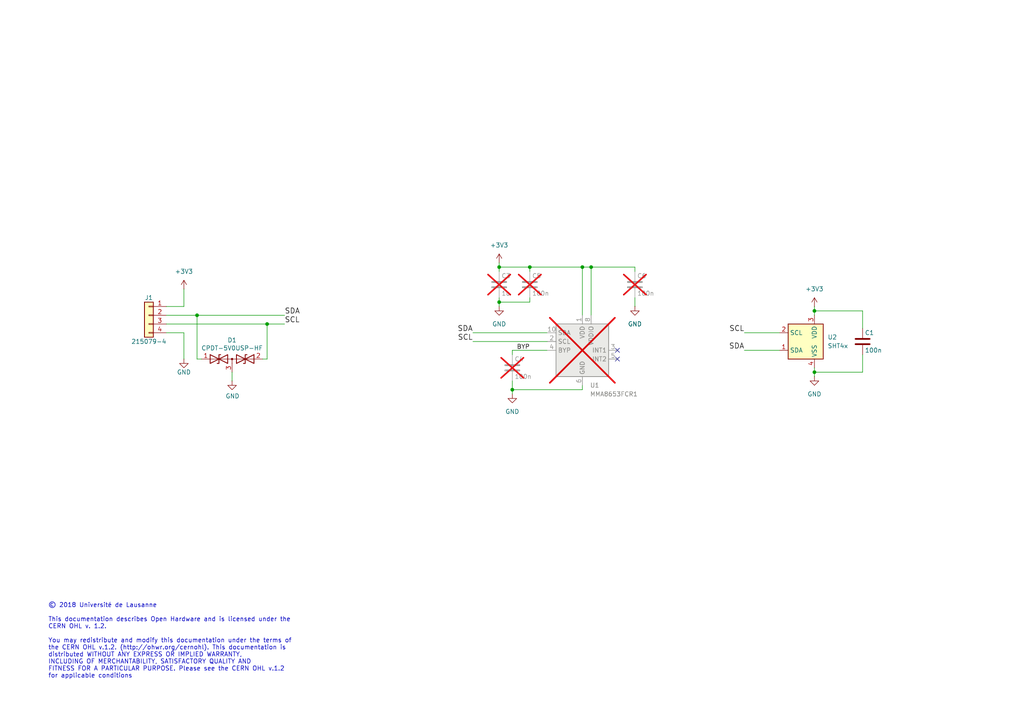
<source format=kicad_sch>
(kicad_sch (version 20231120) (generator "eeschema") (generator_version "8.0")
  (paper "A4")
  (title_block (title "Anemoi - Configurable Sensor Board") (date "06/11/2018") (rev "A") (company "Université de Lausanne") (comment 1 "Author: Alexandre Tuleu") (comment 2 "Licensed under CERN OHL v 1.2"))
  (lib_symbols
    (symbol "Connector_Generic:Conn_01x04" (pin_names (offset 1.016) hide)
      (property "Reference" "J" (at 0 5.08 0))
      (property "Value" "Conn_01x04" (at 0 -7.62 0))
      (symbol "Conn_01x04_1_1"
        (rectangle (start -1.27 -4.953) (end 0 -5.207) (stroke (width 0.1524)))
        (rectangle (start -1.27 -2.413) (end 0 -2.667) (stroke (width 0.1524)))
        (rectangle (start -1.27 0.127) (end 0 -0.127) (stroke (width 0.1524)))
        (rectangle (start -1.27 2.667) (end 0 2.413) (stroke (width 0.1524)))
        (rectangle (start -1.27 3.81) (end 1.27 -6.35) (stroke (width 0.254)) (fill (type background)))
        (pin passive line (at -5.08 2.54 0) (length 3.81) (name "Pin_1") (number "1"))
        (pin passive line (at -5.08 0 0) (length 3.81) (name "Pin_2") (number "2"))
        (pin passive line (at -5.08 -2.54 0) (length 3.81) (name "Pin_3") (number "3"))
        (pin passive line (at -5.08 -5.08 0) (length 3.81) (name "Pin_4") (number "4"))
      )
    )
    (symbol "Device:C" (pin_numbers hide) (pin_names (offset 0.254))
      (property "Reference" "C" (at 0.635 2.54 0))
      (property "Value" "C" (at 0.635 -2.54 0))
      (symbol "C_0_1"
        (polyline (pts (xy -2.032 -0.762) (xy 2.032 -0.762)) (stroke (width 0.508)))
        (polyline (pts (xy -2.032 0.762) (xy 2.032 0.762)) (stroke (width 0.508)))
      )
      (symbol "C_1_1"
        (pin passive line (at 0 3.81 270) (length 2.794) (name "~") (number "1"))
        (pin passive line (at 0 -3.81 90) (length 2.794) (name "~") (number "2"))
      )
    )
    (symbol "Device:D_TVS_Dual_AAC" (pin_names (offset 1.016) hide)
      (property "Reference" "D" (at 0 4.445 0))
      (property "Value" "D_TVS_Dual_AAC" (at 0 2.54 0))
      (symbol "D_TVS_Dual_AAC_0_0"
        (polyline (pts (xy 0 -1.27) (xy 0 0)))
      )
      (symbol "D_TVS_Dual_AAC_0_1"
        (polyline (pts (xy -6.35 0) (xy 6.35 0)))
        (polyline (pts (xy -3.302 1.27) (xy -3.81 1.27) (xy -3.81 -1.27) (xy -4.318 -1.27)) (stroke (width 0.254)))
        (polyline (pts (xy 4.318 1.27) (xy 3.81 1.27) (xy 3.81 -1.27) (xy 3.302 -1.27)) (stroke (width 0.254)))
        (polyline (pts (xy -6.35 1.27) (xy -1.27 -1.27) (xy -1.27 1.27) (xy -6.35 -1.27) (xy -6.35 1.27)) (stroke (width 0.254)))
        (polyline (pts (xy 6.35 1.27) (xy 1.27 -1.27) (xy 1.27 1.27) (xy 6.35 -1.27) (xy 6.35 1.27)) (stroke (width 0.254)))
        (circle (center 0 0) (radius 0.254) (fill (type outline)))
      )
      (symbol "D_TVS_Dual_AAC_1_1"
        (pin passive line (at -8.89 0 0) (length 2.54) (name "A1") (number "1"))
        (pin passive line (at 8.89 0 180) (length 2.54) (name "A2") (number "2"))
        (pin passive line (at 0 -3.81 90) (length 2.54) (name "common") (number "3"))
      )
    )
    (symbol "Sensor_Humidity:SHT4x"
      (property "Reference" "U" (at 0 8.89 0))
      (property "Value" "SHT4x" (at 0 6.35 0))
      (symbol "SHT4x_1_1"
        (rectangle (start -5.08 5.08) (end 5.08 -5.08) (stroke (width 0.254)) (fill (type background)))
        (pin bidirectional line (at -7.62 -2.54 0) (length 2.54) (name "SDA") (number "1"))
        (pin input line (at -7.62 2.54 0) (length 2.54) (name "SCL") (number "2"))
        (pin power_in line (at 2.54 7.62 270) (length 2.54) (name "VDD") (number "3"))
        (pin power_in line (at 2.54 -7.62 90) (length 2.54) (name "VSS") (number "4"))
      )
    )
    (symbol "Sensor_Motion:MMA8653FCR1"
      (property "Reference" "U" (at -7.62 8.89 0))
      (property "Value" "MMA8653FCR1" (at 1.27 -8.89 0))
      (symbol "MMA8653FCR1_0_1"
        (rectangle (start -7.62 7.62) (end 7.62 -7.62) (stroke (width 0.254)) (fill (type background)))
      )
      (symbol "MMA8653FCR1_1_1"
        (pin power_in line (at 0 10.16 270) (length 2.54) (name "VDD") (number "1"))
        (pin bidirectional line (at -10.16 5.08 0) (length 2.54) (name "SDA") (number "10"))
        (pin input line (at -10.16 2.54 0) (length 2.54) (name "SCL") (number "2"))
        (pin output line (at 10.16 0 180) (length 2.54) (name "INT1") (number "3"))
        (pin input line (at -10.16 0 0) (length 2.54) (name "BYP") (number "4"))
        (pin output line (at 10.16 -2.54 180) (length 2.54) (name "INT2") (number "5"))
        (pin power_in line (at 0 -10.16 90) (length 2.54) (name "GND") (number "6"))
        (pin passive line (at 0 -10.16 90) (length 2.54) hide (name "GND") (number "7"))
        (pin power_in line (at 2.54 10.16 270) (length 2.54) (name "VDDIO") (number "8"))
        (pin passive line (at 0 -10.16 90) (length 2.54) hide (name "GND") (number "9"))
      )
    )
    (symbol "power:+3V3" (power) (pin_numbers hide) (pin_names (offset 0) hide)
      (property "Value" "+3V3" (at 0 3.556 0))
      (symbol "+3V3_0_1"
        (polyline (pts (xy -0.762 1.27) (xy 0 2.54)))
        (polyline (pts (xy 0 0) (xy 0 2.54)))
        (polyline (pts (xy 0 2.54) (xy 0.762 1.27)))
      )
      (symbol "+3V3_1_1"
        (pin power_in line (at 0 0 90) (length 0) (name "~") (number "1"))
      )
    )
    (symbol "power:GND" (power) (pin_numbers hide) (pin_names (offset 0) hide)
      (property "Value" "GND" (at 0 -3.81 0))
      (symbol "GND_0_1"
        (polyline (pts (xy 0 0) (xy 0 -1.27) (xy 1.27 -1.27) (xy 0 -2.54) (xy -1.27 -1.27) (xy 0 -1.27)))
      )
      (symbol "GND_1_1"
        (pin power_in line (at 0 0 270) (length 0) (name "~") (number "1"))
      )
    )
  )
  (junction (at 144.78 77.47))
  (junction (at 236.22 90.17))
  (junction (at 77.47 93.98))
  (junction (at 153.67 77.47))
  (junction (at 236.22 107.95))
  (junction (at 148.59 113.03))
  (junction (at 171.45 77.47))
  (junction (at 168.91 77.47))
  (junction (at 144.78 87.63))
  (junction (at 57.15 91.44))
  (no_connect (at 179.07 104.14))
  (no_connect (at 179.07 101.6))
  (wire (pts (xy 144.78 76.2) (xy 144.78 77.47)))
  (wire (pts (xy 236.22 107.95) (xy 236.22 109.22)))
  (wire (pts (xy 67.31 107.95) (xy 67.31 110.49)))
  (wire (pts (xy 236.22 106.68) (xy 236.22 107.95)))
  (wire (pts (xy 171.45 77.47) (xy 184.15 77.47)))
  (wire (pts (xy 144.78 87.63) (xy 144.78 88.9)))
  (wire (pts (xy 168.91 77.47) (xy 168.91 91.44)))
  (wire (pts (xy 168.91 77.47) (xy 171.45 77.47)))
  (wire (pts (xy 236.22 91.44) (xy 236.22 90.17)))
  (wire (pts (xy 148.59 113.03) (xy 148.59 114.3)))
  (wire (pts (xy 168.91 113.03) (xy 148.59 113.03)))
  (wire (pts (xy 184.15 86.36) (xy 184.15 88.9)))
  (wire (pts (xy 215.9 96.52) (xy 226.06 96.52)))
  (wire (pts (xy 77.47 93.98) (xy 82.55 93.98)))
  (wire (pts (xy 57.15 104.14) (xy 57.15 91.44)))
  (wire (pts (xy 76.2 104.14) (xy 77.47 104.14)))
  (wire (pts (xy 144.78 78.74) (xy 144.78 77.47)))
  (wire (pts (xy 48.26 96.52) (xy 53.34 96.52)))
  (wire (pts (xy 184.15 77.47) (xy 184.15 78.74)))
  (wire (pts (xy 153.67 77.47) (xy 153.67 78.74)))
  (wire (pts (xy 171.45 77.47) (xy 171.45 91.44)))
  (wire (pts (xy 58.42 104.14) (xy 57.15 104.14)))
  (wire (pts (xy 153.67 77.47) (xy 168.91 77.47)))
  (wire (pts (xy 144.78 86.36) (xy 144.78 87.63)))
  (wire (pts (xy 148.59 110.49) (xy 148.59 113.03)))
  (wire (pts (xy 48.26 93.98) (xy 77.47 93.98)))
  (wire (pts (xy 57.15 91.44) (xy 82.55 91.44)))
  (wire (pts (xy 148.59 101.6) (xy 158.75 101.6)))
  (wire (pts (xy 236.22 90.17) (xy 250.19 90.17)))
  (wire (pts (xy 77.47 104.14) (xy 77.47 93.98)))
  (wire (pts (xy 137.16 96.52) (xy 158.75 96.52)))
  (wire (pts (xy 144.78 87.63) (xy 153.67 87.63)))
  (wire (pts (xy 53.34 83.82) (xy 53.34 88.9)))
  (wire (pts (xy 250.19 107.95) (xy 250.19 102.87)))
  (wire (pts (xy 144.78 77.47) (xy 153.67 77.47)))
  (wire (pts (xy 53.34 96.52) (xy 53.34 104.14)))
  (wire (pts (xy 215.9 101.6) (xy 226.06 101.6)))
  (wire (pts (xy 168.91 111.76) (xy 168.91 113.03)))
  (wire (pts (xy 236.22 107.95) (xy 250.19 107.95)))
  (wire (pts (xy 148.59 102.87) (xy 148.59 101.6)))
  (wire (pts (xy 53.34 88.9) (xy 48.26 88.9)))
  (wire (pts (xy 153.67 87.63) (xy 153.67 86.36)))
  (wire (pts (xy 48.26 91.44) (xy 57.15 91.44)))
  (wire (pts (xy 236.22 90.17) (xy 236.22 88.9)))
  (wire (pts (xy 250.19 90.17) (xy 250.19 95.25)))
  (wire (pts (xy 137.16 99.06) (xy 158.75 99.06)))
  (text "© 2018 Université de Lausanne\n\nThis documentation describes Open Hardware and is licensed under the\nCERN OHL v. 1.2.\n\nYou may redistribute and modify this documentation under the terms of\nthe CERN OHL v.1.2. (http://ohwr.org/cernohl). This documentation is\ndistributed WITHOUT ANY EXPRESS OR IMPLIED WARRANTY,\nINCLUDING OF MERCHANTABILITY, SATISFACTORY QUALITY AND\nFITNESS FOR A PARTICULAR PURPOSE. Please see the CERN OHL v.1.2\nfor applicable conditions" (at 13.97 196.85 0) (effects (font (size 1.27 1.27)) (justify left bottom)))
  (label "SCL" (at 215.9 96.52 180) (effects (font (size 1.524 1.524))))
  (label "SCL" (at 137.16 99.06 180) (effects (font (size 1.524 1.524))))
  (label "SCL" (at 82.55 93.98 0) (effects (font (size 1.524 1.524))))
  (label "SDA" (at 137.16 96.52 180) (effects (font (size 1.524 1.524))))
  (label "BYP" (at 149.86 101.6 0))
  (label "SDA" (at 215.9 101.6 180) (effects (font (size 1.524 1.524))))
  (label "SDA" (at 82.55 91.44 0) (effects (font (size 1.524 1.524))))
  (symbol (lib_id "Connector_Generic:Conn_01x04") (at 43.18 91.44 0) (mirror y) (unit 1)
    (property "Reference" "J1" (at 43.18 86.36 0))
    (property "Value" "215079-4" (at 43.18 99.06 0))
    (property "Footprint" "FORT:Micro-Match_4_TH" (effects (hide yes)))
    (property "Description" "Generic connector, single row, 01x04, script generated (kicad-library-utils/schlib/autogen/connector/)" (effects (hide yes)))
  )
  (symbol (lib_id "power:GND") (at 53.34 104.14 0) (unit 1)
    (property "Reference" "#PWR02" (effects (hide yes)))
    (property "Value" "GND" (at 53.34 107.95 0))
  )
  (symbol (lib_id "Device:C") (at 184.15 82.55 0) (unit 1) (dnp yes)
    (property "Reference" "C6" (at 184.785 80.01 0) (effects (justify left)))
    (property "Value" "100n" (at 184.785 85.09 0) (effects (justify left)))
    (property "Footprint" "Capacitor_SMD:C_0402_1005Metric" (effects (hide yes)))
    (property "Description" "Unpolarized capacitor" (effects (hide yes)))
  )
  (symbol (lib_id "Device:C") (at 153.67 82.55 0) (unit 1) (dnp yes)
    (property "Reference" "C5" (at 154.305 80.01 0) (effects (justify left)))
    (property "Value" "100n" (at 154.305 85.09 0) (effects (justify left)))
    (property "Footprint" "Capacitor_SMD:C_0402_1005Metric" (effects (hide yes)))
    (property "Description" "Unpolarized capacitor" (effects (hide yes)))
  )
  (symbol (lib_id "Device:C") (at 144.78 82.55 0) (unit 1) (dnp yes)
    (property "Reference" "C3" (at 145.415 80.01 0) (effects (justify left)))
    (property "Value" "1u" (at 145.415 85.09 0) (effects (justify left)))
    (property "Footprint" "Capacitor_SMD:C_0603_1608Metric" (effects (hide yes)))
    (property "Description" "Unpolarized capacitor" (effects (hide yes)))
  )
  (symbol (lib_id "Device:D_TVS_Dual_AAC") (at 67.31 104.14 0) (unit 1)
    (property "Reference" "D1" (at 67.31 98.6536 0))
    (property "Value" "CPDT-5V0USP-HF" (at 67.31 100.965 0))
    (property "Footprint" "Package_TO_SOT_SMD:SOT-23" (effects (hide yes)))
    (property "Description" "Bidirectional dual transient-voltage-suppression diode, center on pin 3" (effects (hide yes)))
  )
  (symbol (lib_id "power:GND") (at 67.31 110.49 0) (unit 1)
    (property "Reference" "#PWR03" (effects (hide yes)))
    (property "Value" "GND" (at 67.437 114.8842 0))
  )
  (symbol (lib_id "Sensor_Humidity:SHT4x") (at 233.68 99.06 0) (unit 1)
    (property "Reference" "U2" (at 240.03 97.7899 0) (effects (justify left)))
    (property "Value" "SHT4x" (at 240.03 100.3299 0) (effects (justify left)))
    (property "Footprint" "Sensor_Humidity:Sensirion_DFN-4_1.5x1.5mm_P0.8mm_SHT4x_NoCentralPad" (effects (hide yes)))
    (property "Datasheet" "https://sensirion.com/media/documents/33FD6951/624C4357/Datasheet_SHT4x.pdf" (effects (hide yes)))
    (property "Description" "Digital Humidity and Temperature Sensor, +/-1%RH, +/-0.1degC, I2C, 1.08-3.6V, 16bit, DFN-4" (effects (hide yes)))
  )
  (symbol (lib_id "power:GND") (at 148.59 114.3 0) (unit 1)
    (property "Reference" "#PWR07" (effects (hide yes)))
    (property "Value" "GND" (at 148.59 119.38 0))
    (property "Description" "Power symbol creates a global label with name \"GND\" , ground" (effects (hide yes)))
  )
  (symbol (lib_id "Device:C") (at 148.59 106.68 0) (unit 1) (dnp yes)
    (property "Reference" "C4" (at 149.225 104.14 0) (effects (justify left)))
    (property "Value" "100n" (at 149.225 109.22 0) (effects (justify left)))
    (property "Footprint" "Capacitor_SMD:C_0402_1005Metric" (effects (hide yes)))
    (property "Description" "Unpolarized capacitor" (effects (hide yes)))
  )
  (symbol (lib_id "power:+3V3") (at 144.78 76.2 0) (unit 1)
    (property "Reference" "#PWR06" (effects (hide yes)))
    (property "Value" "+3V3" (at 144.78 71.12 0))
    (property "Description" "Power symbol creates a global label with name \"+3V3\"" (effects (hide yes)))
  )
  (symbol (lib_id "power:GND") (at 236.22 109.22 0) (unit 1)
    (property "Reference" "#PWR08" (effects (hide yes)))
    (property "Value" "GND" (at 236.22 114.3 0))
    (property "Description" "Power symbol creates a global label with name \"GND\" , ground" (effects (hide yes)))
  )
  (symbol (lib_id "Device:C") (at 250.19 99.06 0) (unit 1)
    (property "Reference" "C1" (at 250.825 96.52 0) (effects (justify left)))
    (property "Value" "100n" (at 250.825 101.6 0) (effects (justify left)))
    (property "Footprint" "Capacitor_SMD:C_0402_1005Metric" (effects (hide yes)))
    (property "Description" "Unpolarized capacitor" (effects (hide yes)))
  )
  (symbol (lib_id "power:+3V3") (at 236.22 88.9 0) (unit 1)
    (property "Reference" "#PWR09" (effects (hide yes)))
    (property "Value" "+3V3" (at 236.22 83.82 0))
    (property "Description" "Power symbol creates a global label with name \"+3V3\"" (effects (hide yes)))
  )
  (symbol (lib_id "Sensor_Motion:MMA8653FCR1") (at 168.91 101.6 0) (unit 1) (dnp yes)
    (property "Reference" "U1" (at 171.1041 111.76 0) (effects (justify left)))
    (property "Value" "MMA8653FCR1" (at 171.1041 114.3 0) (effects (justify left)))
    (property "Footprint" "Package_DFN_QFN:DFN-10_2x2mm_P0.4mm" (effects (hide yes)))
    (property "Datasheet" "https://www.nxp.com/docs/en/data-sheet/MMA8653FC.pdf" (effects (hide yes)))
    (property "Description" "3-Axis 10-bit Digital Accelerometer with I2C interface" (effects (hide yes)))
  )
  (symbol (lib_id "power:+3V3") (at 53.34 83.82 0) (unit 1)
    (property "Reference" "#PWR01" (effects (hide yes)))
    (property "Value" "+3V3" (at 53.34 78.74 0))
    (property "Description" "Power symbol creates a global label with name \"+3V3\"" (effects (hide yes)))
  )
  (symbol (lib_id "power:GND") (at 144.78 88.9 0) (unit 1)
    (property "Reference" "#PWR05" (effects (hide yes)))
    (property "Value" "GND" (at 144.78 93.98 0))
    (property "Description" "Power symbol creates a global label with name \"GND\" , ground" (effects (hide yes)))
  )
  (symbol (lib_id "power:GND") (at 184.15 88.9 0) (unit 1)
    (property "Reference" "#PWR04" (effects (hide yes)))
    (property "Value" "GND" (at 184.15 93.98 0))
    (property "Description" "Power symbol creates a global label with name \"GND\" , ground" (effects (hide yes)))
  )
)
</source>
